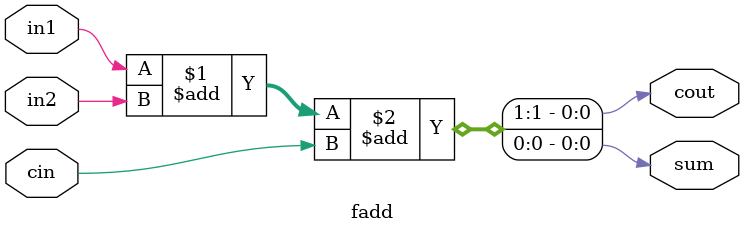
<source format=v>
module fadd (in1,in2,cin,sum,cout);
  input in1,in2;
  input cin;
  output sum;
  output cout;
  
  assign {cout, sum} = in1 + in2 + cin;
endmodule

</source>
